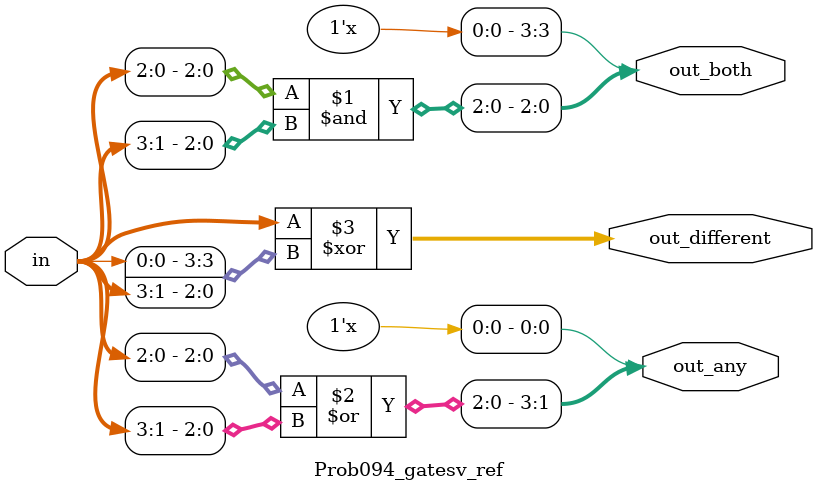
<source format=sv>

module Prob094_gatesv_ref (
  input  [3:0] in,
  output [3:0] out_both,
  output [3:0] out_any,
  output [3:0] out_different
);

  assign out_both[2:0] = in[2:0] & in[3:1];
  assign out_any[3:1]  = in[2:0] | in[3:1];
  assign out_different = in^{in[0], in[3:1]};

  // we don't care about out_both[3] or out_any[0]
  assign out_both[3] = 1'bx;
  assign out_any[0]  = 1'bx;

endmodule


</source>
